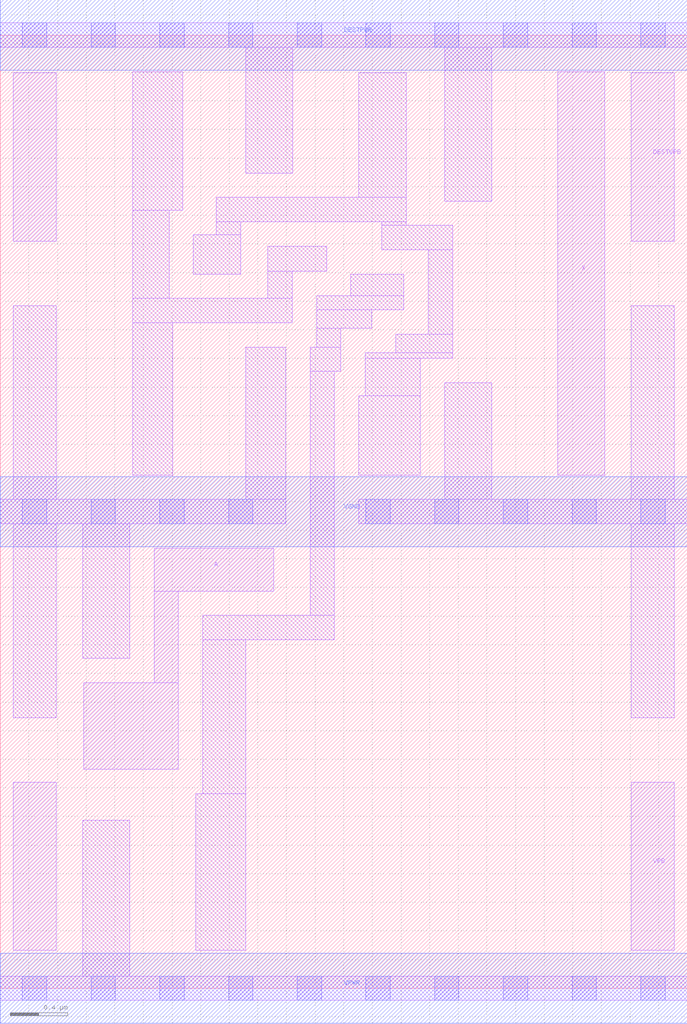
<source format=lef>
# Copyright 2020 The SkyWater PDK Authors
#
# Licensed under the Apache License, Version 2.0 (the "License");
# you may not use this file except in compliance with the License.
# You may obtain a copy of the License at
#
#     https://www.apache.org/licenses/LICENSE-2.0
#
# Unless required by applicable law or agreed to in writing, software
# distributed under the License is distributed on an "AS IS" BASIS,
# WITHOUT WARRANTIES OR CONDITIONS OF ANY KIND, either express or implied.
# See the License for the specific language governing permissions and
# limitations under the License.
#
# SPDX-License-Identifier: Apache-2.0

VERSION 5.7 ;
  NAMESCASESENSITIVE ON ;
  NOWIREEXTENSIONATPIN ON ;
  DIVIDERCHAR "/" ;
  BUSBITCHARS "[]" ;
UNITS
  DATABASE MICRONS 200 ;
END UNITS
MACRO sky130_fd_sc_lp__lsbuf_lp
  CLASS CORE ;
  SOURCE USER ;
  FOREIGN sky130_fd_sc_lp__lsbuf_lp ;
  ORIGIN  0.000000  0.000000 ;
  SIZE  4.800000 BY  6.660000 ;
  SYMMETRY X Y R90 ;
  SITE unit ;
  PIN A
    ANTENNAGATEAREA  0.678000 ;
    DIRECTION INPUT ;
    USE SIGNAL ;
    PORT
      LAYER li1 ;
        RECT 0.585000 1.530000 1.245000 2.135000 ;
        RECT 1.075000 2.135000 1.245000 2.775000 ;
        RECT 1.075000 2.775000 1.910000 3.075000 ;
    END
  END A
  PIN X
    ANTENNADIFFAREA  0.487600 ;
    DIRECTION OUTPUT ;
    USE SIGNAL ;
    PORT
      LAYER li1 ;
        RECT 3.895000 3.585000 4.225000 6.405000 ;
    END
  END X
  PIN DESTPWR
    DIRECTION INOUT ;
    USE POWER ;
    PORT
      LAYER met1 ;
        RECT 0.000000 6.415000 4.800000 6.905000 ;
    END
  END DESTPWR
  PIN DESTVPB
    DIRECTION INOUT ;
    USE POWER ;
    PORT
      LAYER li1 ;
        RECT 0.090000 5.220000 0.390000 6.395000 ;
        RECT 4.410000 5.220000 4.710000 6.395000 ;
    END
  END DESTVPB
  PIN VGND
    DIRECTION INOUT ;
    USE GROUND ;
    PORT
      LAYER met1 ;
        RECT 0.000000 3.085000 4.800000 3.575000 ;
    END
  END VGND
  PIN VPB
    DIRECTION INOUT ;
    USE POWER ;
    PORT
      LAYER li1 ;
        RECT 0.090000 0.265000 0.390000 1.440000 ;
        RECT 4.410000 0.265000 4.710000 1.440000 ;
    END
  END VPB
  PIN VPWR
    DIRECTION INOUT ;
    USE POWER ;
    PORT
      LAYER met1 ;
        RECT 0.000000 -0.245000 4.800000 0.245000 ;
    END
  END VPWR
  OBS
    LAYER li1 ;
      RECT 0.000000 -0.085000 4.800000 0.085000 ;
      RECT 0.000000  3.245000 1.995000 3.415000 ;
      RECT 0.000000  6.575000 4.800000 6.745000 ;
      RECT 0.090000  1.890000 0.390000 3.245000 ;
      RECT 0.090000  3.415000 0.390000 4.770000 ;
      RECT 0.575000  0.085000 0.905000 1.175000 ;
      RECT 0.575000  2.305000 0.905000 3.245000 ;
      RECT 0.925000  3.585000 1.205000 4.650000 ;
      RECT 0.925000  4.650000 2.040000 4.820000 ;
      RECT 0.925000  4.820000 1.180000 5.435000 ;
      RECT 0.925000  5.435000 1.275000 6.405000 ;
      RECT 1.350000  4.990000 1.680000 5.265000 ;
      RECT 1.365000  0.265000 1.715000 1.360000 ;
      RECT 1.415000  1.360000 1.715000 2.435000 ;
      RECT 1.415000  2.435000 2.335000 2.605000 ;
      RECT 1.510000  5.265000 1.680000 5.355000 ;
      RECT 1.510000  5.355000 2.835000 5.525000 ;
      RECT 1.715000  3.415000 1.995000 4.480000 ;
      RECT 1.715000  5.695000 2.045000 6.575000 ;
      RECT 1.870000  4.820000 2.040000 5.010000 ;
      RECT 1.870000  5.010000 2.280000 5.185000 ;
      RECT 2.165000  2.605000 2.335000 4.310000 ;
      RECT 2.165000  4.310000 2.380000 4.480000 ;
      RECT 2.210000  4.480000 2.380000 4.610000 ;
      RECT 2.210000  4.610000 2.595000 4.740000 ;
      RECT 2.210000  4.740000 2.820000 4.840000 ;
      RECT 2.450000  4.840000 2.820000 4.990000 ;
      RECT 2.505000  3.245000 4.800000 3.415000 ;
      RECT 2.505000  3.585000 2.935000 4.140000 ;
      RECT 2.505000  5.525000 2.835000 6.395000 ;
      RECT 2.550000  4.140000 2.935000 4.400000 ;
      RECT 2.550000  4.400000 3.160000 4.440000 ;
      RECT 2.665000  5.160000 3.160000 5.330000 ;
      RECT 2.665000  5.330000 2.835000 5.355000 ;
      RECT 2.765000  4.440000 3.160000 4.570000 ;
      RECT 2.990000  4.570000 3.160000 5.160000 ;
      RECT 3.105000  3.415000 3.435000 4.230000 ;
      RECT 3.105000  5.500000 3.435000 6.575000 ;
      RECT 4.410000  1.890000 4.710000 3.245000 ;
      RECT 4.410000  3.415000 4.710000 4.770000 ;
    LAYER mcon ;
      RECT 0.155000 -0.085000 0.325000 0.085000 ;
      RECT 0.155000  3.245000 0.325000 3.415000 ;
      RECT 0.155000  6.575000 0.325000 6.745000 ;
      RECT 0.635000 -0.085000 0.805000 0.085000 ;
      RECT 0.635000  3.245000 0.805000 3.415000 ;
      RECT 0.635000  6.575000 0.805000 6.745000 ;
      RECT 1.115000 -0.085000 1.285000 0.085000 ;
      RECT 1.115000  3.245000 1.285000 3.415000 ;
      RECT 1.115000  6.575000 1.285000 6.745000 ;
      RECT 1.595000 -0.085000 1.765000 0.085000 ;
      RECT 1.595000  3.245000 1.765000 3.415000 ;
      RECT 1.595000  6.575000 1.765000 6.745000 ;
      RECT 2.075000 -0.085000 2.245000 0.085000 ;
      RECT 2.075000  6.575000 2.245000 6.745000 ;
      RECT 2.555000 -0.085000 2.725000 0.085000 ;
      RECT 2.555000  3.245000 2.725000 3.415000 ;
      RECT 2.555000  6.575000 2.725000 6.745000 ;
      RECT 3.035000 -0.085000 3.205000 0.085000 ;
      RECT 3.035000  3.245000 3.205000 3.415000 ;
      RECT 3.035000  6.575000 3.205000 6.745000 ;
      RECT 3.515000 -0.085000 3.685000 0.085000 ;
      RECT 3.515000  3.245000 3.685000 3.415000 ;
      RECT 3.515000  6.575000 3.685000 6.745000 ;
      RECT 3.995000 -0.085000 4.165000 0.085000 ;
      RECT 3.995000  3.245000 4.165000 3.415000 ;
      RECT 3.995000  6.575000 4.165000 6.745000 ;
      RECT 4.475000 -0.085000 4.645000 0.085000 ;
      RECT 4.475000  3.245000 4.645000 3.415000 ;
      RECT 4.475000  6.575000 4.645000 6.745000 ;
  END
END sky130_fd_sc_lp__lsbuf_lp

</source>
